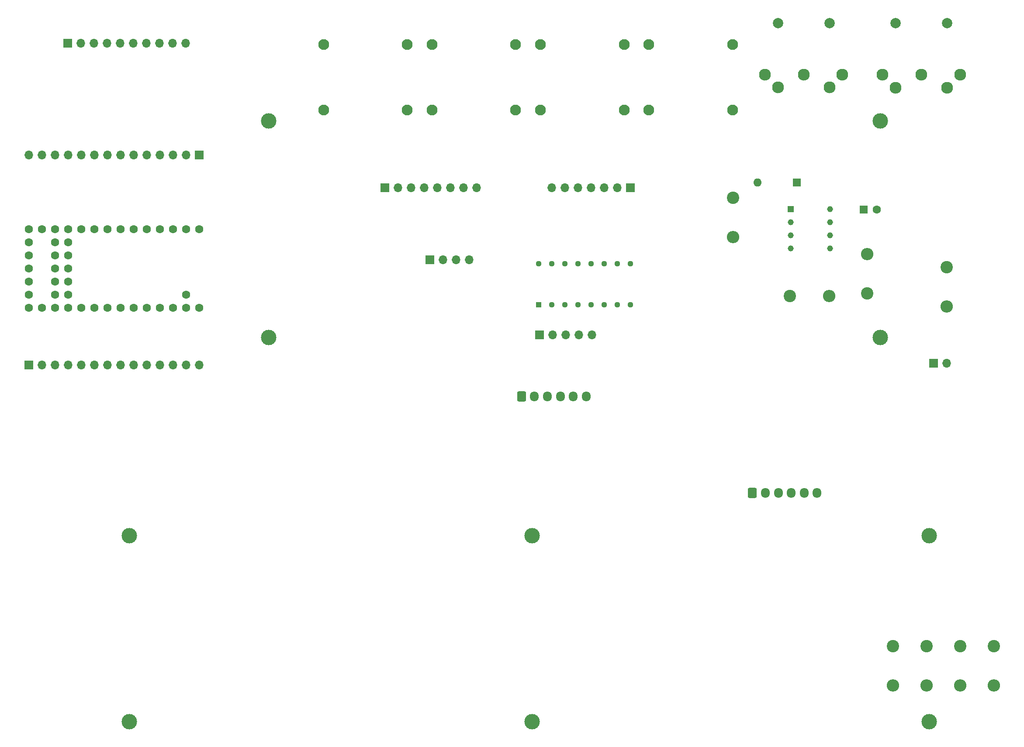
<source format=gbr>
%TF.GenerationSoftware,KiCad,Pcbnew,(6.0.4)*%
%TF.CreationDate,2022-07-24T12:14:58+02:00*%
%TF.ProjectId,MHS_Mobile_Hardware_Sampler_V3,4d48535f-4d6f-4626-996c-655f48617264,rev?*%
%TF.SameCoordinates,Original*%
%TF.FileFunction,Soldermask,Bot*%
%TF.FilePolarity,Negative*%
%FSLAX46Y46*%
G04 Gerber Fmt 4.6, Leading zero omitted, Abs format (unit mm)*
G04 Created by KiCad (PCBNEW (6.0.4)) date 2022-07-24 12:14:58*
%MOMM*%
%LPD*%
G01*
G04 APERTURE LIST*
G04 Aperture macros list*
%AMRoundRect*
0 Rectangle with rounded corners*
0 $1 Rounding radius*
0 $2 $3 $4 $5 $6 $7 $8 $9 X,Y pos of 4 corners*
0 Add a 4 corners polygon primitive as box body*
4,1,4,$2,$3,$4,$5,$6,$7,$8,$9,$2,$3,0*
0 Add four circle primitives for the rounded corners*
1,1,$1+$1,$2,$3*
1,1,$1+$1,$4,$5*
1,1,$1+$1,$6,$7*
1,1,$1+$1,$8,$9*
0 Add four rect primitives between the rounded corners*
20,1,$1+$1,$2,$3,$4,$5,0*
20,1,$1+$1,$4,$5,$6,$7,0*
20,1,$1+$1,$6,$7,$8,$9,0*
20,1,$1+$1,$8,$9,$2,$3,0*%
G04 Aperture macros list end*
%ADD10C,1.600000*%
%ADD11R,1.700000X1.700000*%
%ADD12O,1.700000X1.700000*%
%ADD13C,2.400000*%
%ADD14O,2.400000X2.400000*%
%ADD15C,3.000000*%
%ADD16R,1.160000X1.160000*%
%ADD17C,1.160000*%
%ADD18RoundRect,0.250000X-0.600000X-0.725000X0.600000X-0.725000X0.600000X0.725000X-0.600000X0.725000X0*%
%ADD19O,1.700000X1.950000*%
%ADD20C,2.000000*%
%ADD21C,2.300000*%
%ADD22C,2.100000*%
%ADD23R,1.600000X1.600000*%
%ADD24O,1.600000X1.600000*%
%ADD25R,1.130000X1.130000*%
%ADD26C,1.130000*%
G04 APERTURE END LIST*
D10*
%TO.C,U7*%
X52020000Y-61000000D03*
X49480000Y-61000000D03*
X46940000Y-61000000D03*
X44400000Y-61000000D03*
X41860000Y-61000000D03*
X39320000Y-61000000D03*
X36780000Y-61000000D03*
X34240000Y-61000000D03*
X31700000Y-61000000D03*
X29160000Y-61000000D03*
X26620000Y-61000000D03*
X24080000Y-61000000D03*
X21540000Y-61000000D03*
X19000000Y-61000000D03*
X19000000Y-63540000D03*
X19000000Y-66080000D03*
X19000000Y-68620000D03*
X19000000Y-71160000D03*
X19000000Y-73700000D03*
X19000000Y-76240000D03*
X21540000Y-76240000D03*
X24080000Y-76240000D03*
X26620000Y-76240000D03*
X29160000Y-76240000D03*
X31700000Y-76240000D03*
X34240000Y-76240000D03*
X36780000Y-76240000D03*
X39320000Y-76240000D03*
X41860000Y-76240000D03*
X44400000Y-76240000D03*
X46940000Y-76240000D03*
X49480000Y-76240000D03*
X52020000Y-76240000D03*
X49480000Y-73700000D03*
X24080000Y-73700000D03*
X26620000Y-73700000D03*
X24080000Y-71160000D03*
X26620000Y-71160000D03*
X24080000Y-68620000D03*
X26620000Y-68620000D03*
X24080000Y-66080000D03*
X26620000Y-66080000D03*
X24080000Y-63540000D03*
X26620000Y-63540000D03*
%TD*%
D11*
%TO.C,J6_TeensyPinsUnten1*%
X26575000Y-25000000D03*
D12*
X29115000Y-25000000D03*
X31655000Y-25000000D03*
X34195000Y-25000000D03*
X36735000Y-25000000D03*
X39275000Y-25000000D03*
X41815000Y-25000000D03*
X44355000Y-25000000D03*
X46895000Y-25000000D03*
X49435000Y-25000000D03*
%TD*%
D13*
%TO.C,R4*%
X206000000Y-141880000D03*
D14*
X206000000Y-149500000D03*
%TD*%
D15*
%TO.C,H3*%
X193500000Y-120500000D03*
%TD*%
D16*
%TO.C,U6*%
X166690000Y-57180000D03*
D17*
X166690000Y-59720000D03*
X166690000Y-62260000D03*
X166690000Y-64800000D03*
X174310000Y-64800000D03*
X174310000Y-62260000D03*
X174310000Y-59720000D03*
X174310000Y-57180000D03*
%TD*%
D11*
%TO.C,J9*%
X118000000Y-81500000D03*
D12*
X120540000Y-81500000D03*
X123080000Y-81500000D03*
X125620000Y-81500000D03*
X128160000Y-81500000D03*
%TD*%
D15*
%TO.C,H6*%
X38500000Y-156500000D03*
%TD*%
%TO.C,H2*%
X193500000Y-156500000D03*
%TD*%
D18*
%TO.C,J4*%
X114500000Y-93500000D03*
D19*
X117000000Y-93500000D03*
X119500000Y-93500000D03*
X122000000Y-93500000D03*
X124500000Y-93500000D03*
X127000000Y-93500000D03*
%TD*%
D11*
%TO.C,J5*%
X135625000Y-53000000D03*
D12*
X133085000Y-53000000D03*
X130545000Y-53000000D03*
X128005000Y-53000000D03*
X125465000Y-53000000D03*
X122925000Y-53000000D03*
X120385000Y-53000000D03*
%TD*%
D11*
%TO.C,J10*%
X194340000Y-87010000D03*
D12*
X196880000Y-87010000D03*
%TD*%
D13*
%TO.C,R1*%
X186500000Y-141880000D03*
D14*
X186500000Y-149500000D03*
%TD*%
D15*
%TO.C,H1*%
X38500000Y-120500000D03*
%TD*%
D11*
%TO.C,J1*%
X52010000Y-46620000D03*
D12*
X49470000Y-46620000D03*
X46930000Y-46620000D03*
X44390000Y-46620000D03*
X41850000Y-46620000D03*
X39310000Y-46620000D03*
X36770000Y-46620000D03*
X34230000Y-46620000D03*
X31690000Y-46620000D03*
X29150000Y-46620000D03*
X26610000Y-46620000D03*
X24070000Y-46620000D03*
X21530000Y-46620000D03*
X18990000Y-46620000D03*
%TD*%
D20*
%TO.C,J8*%
X196982056Y-21066973D03*
X186969129Y-21056684D03*
D21*
X184470000Y-31067500D03*
X191970000Y-31067500D03*
X199470000Y-31067500D03*
X186970000Y-33567500D03*
X196970000Y-33567500D03*
%TD*%
D18*
%TO.C,J?3=FSR4;6=FSR1*%
X159250000Y-112149760D03*
D19*
X161750000Y-112149760D03*
X164250000Y-112149760D03*
X166750000Y-112149760D03*
X169250000Y-112149760D03*
X171750000Y-112149760D03*
%TD*%
D22*
%TO.C,J17*%
X118154670Y-25190000D03*
X118154670Y-37890000D03*
X134384670Y-37890000D03*
X134384670Y-25190000D03*
%TD*%
D13*
%TO.C,R8*%
X196920000Y-68410000D03*
D14*
X196920000Y-76030000D03*
%TD*%
D22*
%TO.C,J16*%
X97124670Y-25190000D03*
X97124670Y-37890000D03*
X113354670Y-37890000D03*
X113354670Y-25190000D03*
%TD*%
D13*
%TO.C,R3*%
X199500000Y-141880000D03*
D14*
X199500000Y-149500000D03*
%TD*%
D13*
%TO.C,R6*%
X166500000Y-73990000D03*
D14*
X174120000Y-73990000D03*
%TD*%
D11*
%TO.C,J6*%
X96700000Y-67000000D03*
D12*
X99240000Y-67000000D03*
X101780000Y-67000000D03*
X104320000Y-67000000D03*
%TD*%
D20*
%TO.C,J3*%
X174182056Y-21046973D03*
X164169129Y-21036684D03*
D21*
X161670000Y-31047500D03*
X169170000Y-31047500D03*
X176670000Y-31047500D03*
X164170000Y-33547500D03*
X174170000Y-33547500D03*
%TD*%
D15*
%TO.C,H9*%
X65500000Y-82000000D03*
%TD*%
D13*
%TO.C,R2*%
X193000000Y-141880000D03*
D14*
X193000000Y-149500000D03*
%TD*%
D23*
%TO.C,C1*%
X180817621Y-57190000D03*
D10*
X183317621Y-57190000D03*
%TD*%
D11*
%TO.C,J7*%
X87990000Y-53000000D03*
D12*
X90530000Y-53000000D03*
X93070000Y-53000000D03*
X95610000Y-53000000D03*
X98150000Y-53000000D03*
X100690000Y-53000000D03*
X103230000Y-53000000D03*
X105770000Y-53000000D03*
%TD*%
D22*
%TO.C,J18*%
X139154670Y-25190000D03*
X139154670Y-37890000D03*
X155384670Y-37890000D03*
X155384670Y-25190000D03*
%TD*%
D15*
%TO.C,H4*%
X184000000Y-40000000D03*
%TD*%
D13*
%TO.C,R7*%
X181500000Y-73500000D03*
D14*
X181500000Y-65880000D03*
%TD*%
D15*
%TO.C,H8*%
X184000000Y-82000000D03*
%TD*%
D23*
%TO.C,D1*%
X167810000Y-51990000D03*
D24*
X160190000Y-51990000D03*
%TD*%
D15*
%TO.C,H10*%
X116500000Y-156500000D03*
%TD*%
%TO.C,H7*%
X65500000Y-40000000D03*
%TD*%
D11*
%TO.C,J2*%
X19032663Y-87357701D03*
D12*
X21572663Y-87357701D03*
X24112663Y-87357701D03*
X26652663Y-87357701D03*
X29192663Y-87357701D03*
X31732663Y-87357701D03*
X34272663Y-87357701D03*
X36812663Y-87357701D03*
X39352663Y-87357701D03*
X41892663Y-87357701D03*
X44432663Y-87357701D03*
X46972663Y-87357701D03*
X49512663Y-87357701D03*
X52052663Y-87357701D03*
%TD*%
D15*
%TO.C,H5*%
X116500000Y-120500000D03*
%TD*%
D22*
%TO.C,J11*%
X76124340Y-25190000D03*
X76124340Y-37890000D03*
X92354340Y-37890000D03*
X92354340Y-25190000D03*
%TD*%
D25*
%TO.C,U5*%
X117840000Y-75657960D03*
D26*
X120380000Y-75657960D03*
X122920000Y-75657960D03*
X125460000Y-75657960D03*
X128000000Y-75657960D03*
X130540000Y-75657960D03*
X133080000Y-75657960D03*
X135620000Y-75657960D03*
X135620000Y-67717960D03*
X133080000Y-67717960D03*
X130540000Y-67717960D03*
X128000000Y-67717960D03*
X125460000Y-67717960D03*
X122920000Y-67717960D03*
X120380000Y-67717960D03*
X117840000Y-67717960D03*
%TD*%
D13*
%TO.C,R5*%
X155500000Y-54980000D03*
D14*
X155500000Y-62600000D03*
%TD*%
M02*

</source>
